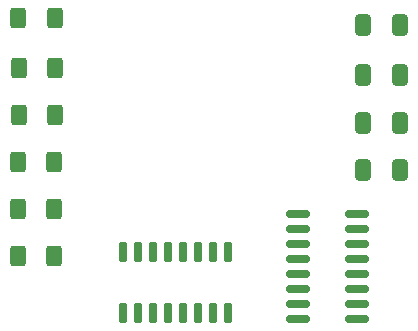
<source format=gbr>
%TF.GenerationSoftware,KiCad,Pcbnew,(7.0.0)*%
%TF.CreationDate,2024-01-04T11:39:15-05:00*%
%TF.ProjectId,MAGFest2023SolderingClass_variant1,4d414746-6573-4743-9230-3233536f6c64,rev?*%
%TF.SameCoordinates,Original*%
%TF.FileFunction,Paste,Bot*%
%TF.FilePolarity,Positive*%
%FSLAX46Y46*%
G04 Gerber Fmt 4.6, Leading zero omitted, Abs format (unit mm)*
G04 Created by KiCad (PCBNEW (7.0.0)) date 2024-01-04 11:39:15*
%MOMM*%
%LPD*%
G01*
G04 APERTURE LIST*
G04 Aperture macros list*
%AMRoundRect*
0 Rectangle with rounded corners*
0 $1 Rounding radius*
0 $2 $3 $4 $5 $6 $7 $8 $9 X,Y pos of 4 corners*
0 Add a 4 corners polygon primitive as box body*
4,1,4,$2,$3,$4,$5,$6,$7,$8,$9,$2,$3,0*
0 Add four circle primitives for the rounded corners*
1,1,$1+$1,$2,$3*
1,1,$1+$1,$4,$5*
1,1,$1+$1,$6,$7*
1,1,$1+$1,$8,$9*
0 Add four rect primitives between the rounded corners*
20,1,$1+$1,$2,$3,$4,$5,0*
20,1,$1+$1,$4,$5,$6,$7,0*
20,1,$1+$1,$6,$7,$8,$9,0*
20,1,$1+$1,$8,$9,$2,$3,0*%
G04 Aperture macros list end*
%ADD10RoundRect,0.250000X0.412500X0.650000X-0.412500X0.650000X-0.412500X-0.650000X0.412500X-0.650000X0*%
%ADD11RoundRect,0.250000X0.400000X0.625000X-0.400000X0.625000X-0.400000X-0.625000X0.400000X-0.625000X0*%
%ADD12RoundRect,0.150000X-0.825000X-0.150000X0.825000X-0.150000X0.825000X0.150000X-0.825000X0.150000X0*%
%ADD13RoundRect,0.150000X-0.150000X0.725000X-0.150000X-0.725000X0.150000X-0.725000X0.150000X0.725000X0*%
G04 APERTURE END LIST*
D10*
%TO.C,C2*%
X163720000Y-66295000D03*
X160595000Y-66295000D03*
%TD*%
D11*
%TO.C,R4*%
X134425000Y-73665000D03*
X131325000Y-73665000D03*
%TD*%
D10*
%TO.C,C4*%
X163720000Y-74285000D03*
X160595000Y-74285000D03*
%TD*%
D11*
%TO.C,R3*%
X134525000Y-69685000D03*
X131425000Y-69685000D03*
%TD*%
D12*
%TO.C,U1*%
X155095000Y-86885000D03*
X155095000Y-85615000D03*
X155095000Y-84345000D03*
X155095000Y-83075000D03*
X155095000Y-81805000D03*
X155095000Y-80535000D03*
X155095000Y-79265000D03*
X155095000Y-77995000D03*
X160045000Y-77995000D03*
X160045000Y-79265000D03*
X160045000Y-80535000D03*
X160045000Y-81805000D03*
X160045000Y-83075000D03*
X160045000Y-84345000D03*
X160045000Y-85615000D03*
X160045000Y-86885000D03*
%TD*%
D10*
%TO.C,C1*%
X163720000Y-62025000D03*
X160595000Y-62025000D03*
%TD*%
D11*
%TO.C,R5*%
X134425000Y-77645000D03*
X131325000Y-77645000D03*
%TD*%
%TO.C,R1*%
X134465000Y-61455000D03*
X131365000Y-61455000D03*
%TD*%
%TO.C,R2*%
X134525000Y-65705000D03*
X131425000Y-65705000D03*
%TD*%
%TO.C,R6*%
X134425000Y-81625000D03*
X131325000Y-81625000D03*
%TD*%
D13*
%TO.C,U2*%
X140235000Y-81245000D03*
X141505000Y-81245000D03*
X142775000Y-81245000D03*
X144045000Y-81245000D03*
X145315000Y-81245000D03*
X146585000Y-81245000D03*
X147855000Y-81245000D03*
X149125000Y-81245000D03*
X149125000Y-86395000D03*
X147855000Y-86395000D03*
X146585000Y-86395000D03*
X145315000Y-86395000D03*
X144045000Y-86395000D03*
X142775000Y-86395000D03*
X141505000Y-86395000D03*
X140235000Y-86395000D03*
%TD*%
D10*
%TO.C,C3*%
X163720000Y-70290000D03*
X160595000Y-70290000D03*
%TD*%
M02*

</source>
